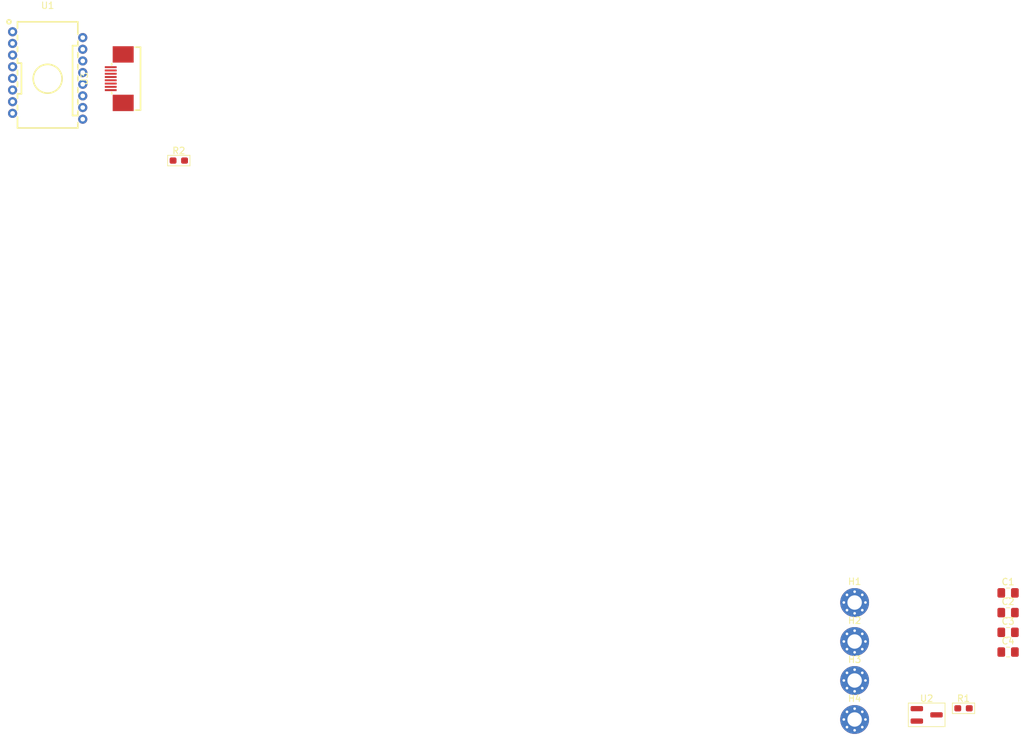
<source format=kicad_pcb>
(kicad_pcb (version 20240108) (generator "pcbnew") (generator_version "8.0")
  (layers (0 "F.Cu" signal) (31 "B.Cu" signal) (34 "B.Paste" user) (35 "F.Paste" user) (36 "B.SilkS" user "B.Silkscreen") (37 "F.SilkS" user "F.Silkscreen") (38 "B.Mask" user) (39 "F.Mask" user) (44 "Edge.Cuts" user))
  (net 0 "")
  (net 1 "GND")
  (net 2 "Net-(U1-VDDPIX)")
  (net 3 "+3V3")
  (net 4 "+1V8")
  (net 41 "/SCLK")
  (net 42 "/MOT")
  (net 43 "/RST")
  (net 44 "/MOSI")
  (net 45 "/SCS")
  (net 46 "/MISO")
  (net 47 "Net-(U1-LED_P)")
  (footprint "MountingHole:MountingHole_2.2mm_M2_Pad_Via" (layer "F.Cu") (at 123.0625 81.44)
    (property "Reference" "H1" (at 0 -3.2 0) (layer "F.SilkS"))
    (property "Value" "M2")
    (pad "1" thru_hole circle (at -1.65 0) (size 0.7 0.7) (drill 0.4) (layers "*.Cu" "*.Mask"))
    (pad "1" thru_hole circle (at -1.166726 -1.166726) (size 0.7 0.7) (drill 0.4) (layers "*.Cu" "*.Mask"))
    (pad "1" thru_hole circle (at -1.166726 1.166726) (size 0.7 0.7) (drill 0.4) (layers "*.Cu" "*.Mask"))
    (pad "1" thru_hole circle (at 0 -1.65) (size 0.7 0.7) (drill 0.4) (layers "*.Cu" "*.Mask"))
    (pad "1" thru_hole circle (at 0 0) (size 4.4 4.4) (drill 2.2) (layers "*.Cu" "*.Mask"))
    (pad "1" thru_hole circle (at 0 1.65) (size 0.7 0.7) (drill 0.4) (layers "*.Cu" "*.Mask"))
    (pad "1" thru_hole circle (at 1.166726 -1.166726) (size 0.7 0.7) (drill 0.4) (layers "*.Cu" "*.Mask"))
    (pad "1" thru_hole circle (at 1.166726 1.166726) (size 0.7 0.7) (drill 0.4) (layers "*.Cu" "*.Mask"))
    (pad "1" thru_hole circle (at 1.65 0) (size 0.7 0.7) (drill 0.4) (layers "*.Cu" "*.Mask"))
  )
  (footprint "Capacitor_SMD:C_0805_2012Metric_Pad1.18x1.45mm_HandSolder" (layer "F.Cu") (at 146.4625 85.99)
    (property "Reference" "C3" (at 0 -1.68 0) (layer "F.SilkS"))
    (property "Value" "1u")
    (fp_line (start -0.261252 -0.735) (end 0.261252 -0.735) (stroke (width 0.12)) (layer "F.SilkS"))
    (fp_line (start -0.261252 0.735) (end 0.261252 0.735) (stroke (width 0.12)) (layer "F.SilkS"))
    (pad "1" smd roundrect (at -1.0375 0) (size 1.175 1.45) (layers "F.Cu" "F.Paste" "F.Mask") (roundrect_rratio 0.212766) (net 3 "+3V3"))
    (pad "2" smd roundrect (at 1.0375 0) (size 1.175 1.45) (layers "F.Cu" "F.Paste" "F.Mask") (roundrect_rratio 0.212766) (net 1 "GND"))
  )
  (footprint "PCM_Resistor_SMD_AKL:R_0603_1608Metric_Pad1.05x0.95mm" (layer "F.Cu") (at 139.6675 97.585)
    (property "Reference" "R1" (at 0 -1.5 0) (layer "F.SilkS"))
    (property "Value" "10k" (hide yes))
    (fp_line (start -1.7 -0.8) (end -1.7 0.8) (stroke (width 0.12)) (layer "F.SilkS"))
    (fp_line (start -1.7 0.8) (end 1.7 0.8) (stroke (width 0.12)) (layer "F.SilkS"))
    (fp_line (start 1.7 -0.8) (end -1.7 -0.8) (stroke (width 0.12)) (layer "F.SilkS"))
    (fp_line (start 1.7 0.8) (end 1.7 -0.8) (stroke (width 0.12)) (layer "F.SilkS"))
    (pad "1" smd roundrect (at -0.875 0) (size 1.05 0.95) (layers "F.Cu" "F.Paste" "F.Mask") (net 46 "/MISO"))
    (pad "2" smd roundrect (at 0.875 0) (size 1.05 0.95) (layers "F.Cu" "F.Paste" "F.Mask") (net 4 "+1V8"))
  )
  (footprint "EasyEDA:FPC-SMD_8P-P0.50_SHOUHAN_CTSJ-H2.0" (layer "F.Cu") (at 10.5675 1.5 90)
    (property "Reference" "U3" (at 0 -4.95 90) (layer "F.SilkS"))
    (property "Value" "0.5-8P CTSJ-H2.0 119")
    (fp_line (start 2.29 -0.81) (end 2.13 -0.81) (stroke (width 0.25)) (layer "F.SilkS"))
    (fp_line (start -2.13 -0.81) (end -2.29 -0.81) (stroke (width 0.25)) (layer "F.SilkS"))
    (fp_line (start 4.8 3.59) (end 4.8 2.78) (stroke (width 0.25)) (layer "F.SilkS"))
    (fp_line (start 4.8 3.59) (end -4.8 3.59) (stroke (width 0.25)) (layer "F.SilkS"))
    (fp_line (start -4.8 3.59) (end -4.8 2.78) (stroke (width 0.25)) (layer "F.SilkS"))
    (pad "1" smd rect (at -1.75 -0.95 90) (size 0.3 1.8) (layers "F.Cu" "F.Paste" "F.Mask") (net 3 "+3V3"))
    (pad "2" smd rect (at -1.25 -0.95 90) (size 0.3 1.8) (layers "F.Cu" "F.Paste" "F.Mask") (net 1 "GND"))
    (pad "3" smd rect (at -0.75 -0.95 90) (size 0.3 1.8) (layers "F.Cu" "F.Paste" "F.Mask") (net 45 "/SCS"))
    (pad "4" smd rect (at -0.25 -0.95 90) (size 0.3 1.8) (layers "F.Cu" "F.Paste" "F.Mask") (net 46 "/MISO"))
    (pad "5" smd rect (at 0.25 -0.95 90) (size 0.3 1.8) (layers "F.Cu" "F.Paste" "F.Mask") (net 44 "/MOSI"))
    (pad "6" smd rect (at 0.75 -0.95 90) (size 0.3 1.8) (layers "F.Cu" "F.Paste" "F.Mask") (net 41 "/SCLK"))
    (pad "7" smd rect (at 1.25 -0.95 90) (size 0.3 1.8) (layers "F.Cu" "F.Paste" "F.Mask") (net 42 "/MOT"))
    (pad "8" smd rect (at 1.75 -0.95 90) (size 0.3 1.8) (layers "F.Cu" "F.Paste" "F.Mask") (net 43 "/RST"))
    (pad "9" smd rect (at 3.7 0.95) (size 3.2 2.5) (layers "F.Cu" "F.Paste" "F.Mask"))
    (pad "10" smd rect (at -3.7 0.95) (size 3.2 2.5) (layers "F.Cu" "F.Paste" "F.Mask"))
  )
  (footprint "PCM_Package_TO_SOT_SMD_AKL:SOT-23_BigPads" (layer "F.Cu") (at 134.0475 98.585)
    (property "Reference" "U2" (at 0 -2.5 0) (layer "F.SilkS"))
    (property "Value" "HE6206-18NR" (hide yes))
    (fp_line (start -2.8 -1.8) (end -2.8 1.8) (stroke (width 0.12)) (layer "F.SilkS"))
    (fp_line (start -2.8 1.8) (end 2.8 1.8) (stroke (width 0.12)) (layer "F.SilkS"))
    (fp_line (start 2.8 -1.8) (end -2.8 -1.8) (stroke (width 0.12)) (layer "F.SilkS"))
    (fp_line (start 2.8 1.8) (end 2.8 -1.8) (stroke (width 0.12)) (layer "F.SilkS"))
    (pad "1" smd roundrect (at -1.5 -0.95) (size 1.9 0.8) (layers "F.Cu" "F.Paste" "F.Mask") (net 1 "GND"))
    (pad "2" smd roundrect (at -1.5 0.95) (size 1.9 0.8) (layers "F.Cu" "F.Paste" "F.Mask") (net 4 "+1V8"))
    (pad "3" smd roundrect (at 1.5 0) (size 1.9 0.8) (layers "F.Cu" "F.Paste" "F.Mask") (net 3 "+3V3"))
  )
  (footprint "Capacitor_SMD:C_0805_2012Metric_Pad1.18x1.45mm_HandSolder" (layer "F.Cu") (at 146.4625 79.97)
    (property "Reference" "C1" (at 0 -1.68 0) (layer "F.SilkS"))
    (property "Value" "100nF")
    (fp_line (start -0.261252 -0.735) (end 0.261252 -0.735) (stroke (width 0.12)) (layer "F.SilkS"))
    (fp_line (start -0.261252 0.735) (end 0.261252 0.735) (stroke (width 0.12)) (layer "F.SilkS"))
    (pad "1" smd roundrect (at -1.0375 0) (size 1.175 1.45) (layers "F.Cu" "F.Paste" "F.Mask") (roundrect_rratio 0.212766) (net 2 "Net-(U1-VDDPIX)"))
    (pad "2" smd roundrect (at 1.0375 0) (size 1.175 1.45) (layers "F.Cu" "F.Paste" "F.Mask") (roundrect_rratio 0.212766) (net 1 "GND"))
  )
  (footprint "Capacitor_SMD:C_0805_2012Metric_Pad1.18x1.45mm_HandSolder" (layer "F.Cu") (at 146.4625 82.98)
    (property "Reference" "C2" (at 0 -1.68 0) (layer "F.SilkS"))
    (property "Value" "4.7uF")
    (fp_line (start -0.261252 -0.735) (end 0.261252 -0.735) (stroke (width 0.12)) (layer "F.SilkS"))
    (fp_line (start -0.261252 0.735) (end 0.261252 0.735) (stroke (width 0.12)) (layer "F.SilkS"))
    (pad "1" smd roundrect (at -1.0375 0) (size 1.175 1.45) (layers "F.Cu" "F.Paste" "F.Mask") (roundrect_rratio 0.212766) (net 2 "Net-(U1-VDDPIX)"))
    (pad "2" smd roundrect (at 1.0375 0) (size 1.175 1.45) (layers "F.Cu" "F.Paste" "F.Mask") (roundrect_rratio 0.212766) (net 1 "GND"))
  )
  (footprint "PCM_Resistor_SMD_AKL:R_0603_1608Metric_Pad1.05x0.95mm" (layer "F.Cu") (at 20 14)
    (property "Reference" "R2" (at 0 -1.5 0) (layer "F.SilkS"))
    (property "Value" "39" (hide yes))
    (fp_line (start -1.7 -0.8) (end -1.7 0.8) (stroke (width 0.12)) (layer "F.SilkS"))
    (fp_line (start -1.7 0.8) (end 1.7 0.8) (stroke (width 0.12)) (layer "F.SilkS"))
    (fp_line (start 1.7 -0.8) (end -1.7 -0.8) (stroke (width 0.12)) (layer "F.SilkS"))
    (fp_line (start 1.7 0.8) (end 1.7 -0.8) (stroke (width 0.12)) (layer "F.SilkS"))
    (pad "1" smd roundrect (at -0.875 0) (size 1.05 0.95) (layers "F.Cu" "F.Paste" "F.Mask") (net 4 "+1V8"))
    (pad "2" smd roundrect (at 0.875 0) (size 1.05 0.95) (layers "F.Cu" "F.Paste" "F.Mask") (net 47 "Net-(U1-LED_P)"))
  )
  (footprint "Capacitor_SMD:C_0805_2012Metric_Pad1.18x1.45mm_HandSolder" (layer "F.Cu") (at 146.4625 89)
    (property "Reference" "C4" (at 0 -1.68 0) (layer "F.SilkS"))
    (property "Value" "1u")
    (fp_line (start -0.261252 -0.735) (end 0.261252 -0.735) (stroke (width 0.12)) (layer "F.SilkS"))
    (fp_line (start -0.261252 0.735) (end 0.261252 0.735) (stroke (width 0.12)) (layer "F.SilkS"))
    (pad "1" smd roundrect (at -1.0375 0) (size 1.175 1.45) (layers "F.Cu" "F.Paste" "F.Mask") (roundrect_rratio 0.212766) (net 4 "+1V8"))
    (pad "2" smd roundrect (at 1.0375 0) (size 1.175 1.45) (layers "F.Cu" "F.Paste" "F.Mask") (roundrect_rratio 0.212766) (net 1 "GND"))
  )
  (footprint "MountingHole:MountingHole_2.2mm_M2_Pad_Via" (layer "F.Cu") (at 123.0625 99.29)
    (property "Reference" "H4" (at 0 -3.2 0) (layer "F.SilkS"))
    (property "Value" "M2")
    (pad "1" thru_hole circle (at -1.65 0) (size 0.7 0.7) (drill 0.4) (layers "*.Cu" "*.Mask"))
    (pad "1" thru_hole circle (at -1.166726 -1.166726) (size 0.7 0.7) (drill 0.4) (layers "*.Cu" "*.Mask"))
    (pad "1" thru_hole circle (at -1.166726 1.166726) (size 0.7 0.7) (drill 0.4) (layers "*.Cu" "*.Mask"))
    (pad "1" thru_hole circle (at 0 -1.65) (size 0.7 0.7) (drill 0.4) (layers "*.Cu" "*.Mask"))
    (pad "1" thru_hole circle (at 0 0) (size 4.4 4.4) (drill 2.2) (layers "*.Cu" "*.Mask"))
    (pad "1" thru_hole circle (at 0 1.65) (size 0.7 0.7) (drill 0.4) (layers "*.Cu" "*.Mask"))
    (pad "1" thru_hole circle (at 1.166726 -1.166726) (size 0.7 0.7) (drill 0.4) (layers "*.Cu" "*.Mask"))
    (pad "1" thru_hole circle (at 1.166726 1.166726) (size 0.7 0.7) (drill 0.4) (layers "*.Cu" "*.Mask"))
    (pad "1" thru_hole circle (at 1.65 0) (size 0.7 0.7) (drill 0.4) (layers "*.Cu" "*.Mask"))
  )
  (footprint "MountingHole:MountingHole_2.2mm_M2_Pad_Via" (layer "F.Cu") (at 123.0625 87.39)
    (property "Reference" "H2" (at 0 -3.2 0) (layer "F.SilkS"))
    (property "Value" "M2")
    (pad "1" thru_hole circle (at -1.65 0) (size 0.7 0.7) (drill 0.4) (layers "*.Cu" "*.Mask"))
    (pad "1" thru_hole circle (at -1.166726 -1.166726) (size 0.7 0.7) (drill 0.4) (layers "*.Cu" "*.Mask"))
    (pad "1" thru_hole circle (at -1.166726 1.166726) (size 0.7 0.7) (drill 0.4) (layers "*.Cu" "*.Mask"))
    (pad "1" thru_hole circle (at 0 -1.65) (size 0.7 0.7) (drill 0.4) (layers "*.Cu" "*.Mask"))
    (pad "1" thru_hole circle (at 0 0) (size 4.4 4.4) (drill 2.2) (layers "*.Cu" "*.Mask"))
    (pad "1" thru_hole circle (at 0 1.65) (size 0.7 0.7) (drill 0.4) (layers "*.Cu" "*.Mask"))
    (pad "1" thru_hole circle (at 1.166726 -1.166726) (size 0.7 0.7) (drill 0.4) (layers "*.Cu" "*.Mask"))
    (pad "1" thru_hole circle (at 1.166726 1.166726) (size 0.7 0.7) (drill 0.4) (layers "*.Cu" "*.Mask"))
    (pad "1" thru_hole circle (at 1.65 0) (size 0.7 0.7) (drill 0.4) (layers "*.Cu" "*.Mask"))
  )
  (footprint "MountingHole:MountingHole_2.2mm_M2_Pad_Via" (layer "F.Cu") (at 123.0625 93.34)
    (property "Reference" "H3" (at 0 -3.2 0) (layer "F.SilkS"))
    (property "Value" "M2")
    (pad "1" thru_hole circle (at -1.65 0) (size 0.7 0.7) (drill 0.4) (layers "*.Cu" "*.Mask"))
    (pad "1" thru_hole circle (at -1.166726 -1.166726) (size 0.7 0.7) (drill 0.4) (layers "*.Cu" "*.Mask"))
    (pad "1" thru_hole circle (at -1.166726 1.166726) (size 0.7 0.7) (drill 0.4) (layers "*.Cu" "*.Mask"))
    (pad "1" thru_hole circle (at 0 -1.65) (size 0.7 0.7) (drill 0.4) (layers "*.Cu" "*.Mask"))
    (pad "1" thru_hole circle (at 0 0) (size 4.4 4.4) (drill 2.2) (layers "*.Cu" "*.Mask"))
    (pad "1" thru_hole circle (at 0 1.65) (size 0.7 0.7) (drill 0.4) (layers "*.Cu" "*.Mask"))
    (pad "1" thru_hole circle (at 1.166726 -1.166726) (size 0.7 0.7) (drill 0.4) (layers "*.Cu" "*.Mask"))
    (pad "1" thru_hole circle (at 1.166726 1.166726) (size 0.7 0.7) (drill 0.4) (layers "*.Cu" "*.Mask"))
    (pad "1" thru_hole circle (at 1.65 0) (size 0.7 0.7) (drill 0.4) (layers "*.Cu" "*.Mask"))
  )
  (footprint "EasyEDA:PDIP-16_L16.2-W9.1-P1.78-TL_PMW3389DM-T3QU" (layer "F.Cu") (at 0 1.015)
    (property "Reference" "U1" (at 0 -10.67 0) (layer "F.SilkS"))
    (property "Value" "PMW3360DM-T2QU")
    (fp_line (start -4.6 -8.19) (end -4.6 -7.22) (stroke (width 0.25)) (layer "F.SilkS"))
    (fp_line (start -4.6 -6.12) (end -4.6 -5.44) (stroke (width 0.25)) (layer "F.SilkS"))
    (fp_line (start -4.6 -4.34) (end -4.6 -3.66) (stroke (width 0.25)) (layer "F.SilkS"))
    (fp_line (start -4.6 -2.56) (end -4.6 -1.88) (stroke (width 0.25)) (layer "F.SilkS"))
    (fp_line (start -4.6 -1.88) (end -4 -1.88) (stroke (width 0.25)) (layer "F.SilkS"))
    (fp_line (start -4.6 -0.78) (end -4.6 -0.1) (stroke (width 0.25)) (layer "F.SilkS"))
    (fp_line (start -4.6 1) (end -4.6 1.68) (stroke (width 0.25)) (layer "F.SilkS"))
    (fp_line (start -4.6 2.78) (end -4.6 3.46) (stroke (width 0.25)) (layer "F.SilkS"))
    (fp_line (start -4.6 4.56) (end -4.6 5.24) (stroke (width 0.25)) (layer "F.SilkS"))
    (fp_line (start -4.6 6.34) (end -4.6 8.01) (stroke (width 0.25)) (layer "F.SilkS"))
    (fp_line (start -4.6 8.01) (end 4.6 8.01) (stroke (width 0.25)) (layer "F.SilkS"))
    (fp_line (start -4 -1.88) (end -4 2.8) (stroke (width 0.25)) (layer "F.SilkS"))
    (fp_line (start -4 2.8) (end -4.58 2.8) (stroke (width 0.25)) (layer "F.SilkS"))
    (fp_line (start 3.8 -4.55) (end 3.8 6.11) (stroke (width 0.25)) (layer "F.SilkS"))
    (fp_line (start 3.8 6.11) (end 4.6 6.11) (stroke (width 0.25)) (layer "F.SilkS"))
    (fp_line (start 4.6 -8.19) (end -4.6 -8.19) (stroke (width 0.25)) (layer "F.SilkS"))
    (fp_line (start 4.6 -6.33) (end 4.6 -8.19) (stroke (width 0.25)) (layer "F.SilkS"))
    (fp_line (start 4.6 -4.55) (end 3.8 -4.55) (stroke (width 0.25)) (layer "F.SilkS"))
    (fp_line (start 4.6 -4.55) (end 4.6 -5.23) (stroke (width 0.25)) (layer "F.SilkS"))
    (fp_line (start 4.6 -2.77) (end 4.6 -3.45) (stroke (width 0.25)) (layer "F.SilkS"))
    (fp_line (start 4.6 -0.99) (end 4.6 -1.67) (stroke (width 0.25)) (layer "F.SilkS"))
    (fp_line (start 4.6 0.79) (end 4.6 0.11) (stroke (width 0.25)) (layer "F.SilkS"))
    (fp_line (start 4.6 2.57) (end 4.6 1.89) (stroke (width 0.25)) (layer "F.SilkS"))
    (fp_line (start 4.6 4.35) (end 4.6 3.67) (stroke (width 0.25)) (layer "F.SilkS"))
    (fp_line (start 4.6 6.13) (end 4.6 5.45) (stroke (width 0.25)) (layer "F.SilkS"))
    (fp_line (start 4.6 8.01) (end 4.6 7.23) (stroke (width 0.25)) (layer "F.SilkS"))
    (fp_circle (center -5.9 -8.2) (end -5.6 -8.2) (stroke (width 0.25)) (fill none) (layer "F.SilkS"))
    (fp_circle (center 0 0.5) (end 2.2 0.5) (stroke (width 0.25)) (fill none) (layer "F.SilkS"))
    (pad "1" thru_hole circle (at -5.35 -6.67) (size 1.4 1.4) (drill 0.700024) (layers "*.Cu" "*.Mask"))
    (pad "2" thru_hole circle (at -5.35 -4.89) (size 1.4 1.4) (drill 0.700024) (layers "*.Cu" "*.Mask"))
    (pad "3" thru_hole circle (at -5.35 -3.11) (size 1.4 1.4) (drill 0.700024) (layers "*.Cu" "*.Mask") (net 2 "Net-(U1-VDDPIX)"))
    (pad "4" thru_hole circle (at -5.35 -1.33) (size 1.4 1.4) (drill 0.700024) (layers "*.Cu" "*.Mask") (net 4 "+1V8"))
    (pad "5" thru_hole circle (at -5.35 0.44) (size 1.4 1.4) (drill 0.700024) (layers "*.Cu" "*.Mask") (net 3 "+3V3"))
    (pad "6" thru_hole circle (at -5.35 2.22) (size 1.4 1.4) (drill 0.700024) (layers "*.Cu" "*.Mask"))
    (pad "7" thru_hole circle (at -5.35 4) (size 1.4 1.4) (drill 0.700024) (layers "*.Cu" "*.Mask") (net 43 "/RST"))
    (pad "8" thru_hole circle (at -5.35 5.78) (size 1.4 1.4) (drill 0.700024) (layers "*.Cu" "*.Mask") (net 1 "GND"))
    (pad "9" thru_hole circle (at 5.35 6.67) (size 1.4 1.4) (drill 0.700024) (layers "*.Cu" "*.Mask") (net 42 "/MOT"))
    (pad "10" thru_hole circle (at 5.35 4.89) (size 1.4 1.4) (drill 0.700024) (layers "*.Cu" "*.Mask") (net 41 "/SCLK"))
    (pad "11" thru_hole circle (at 5.35 3.11) (size 1.4 1.4) (drill 0.700024) (layers "*.Cu" "*.Mask") (net 44 "/MOSI"))
    (pad "12" thru_hole circle (at 5.35 1.34) (size 1.4 1.4) (drill 0.700024) (layers "*.Cu" "*.Mask") (net 46 "/MISO"))
    (pad "13" thru_hole circle (at 5.35 -0.44) (size 1.4 1.4) (drill 0.700024) (layers "*.Cu" "*.Mask") (net 45 "/SCS"))
    (pad "14" thru_hole circle (at 5.35 -2.22) (size 1.4 1.4) (drill 0.700024) (layers "*.Cu" "*.Mask"))
    (pad "15" thru_hole circle (at 5.35 -4) (size 1.4 1.4) (drill 0.700024) (layers "*.Cu" "*.Mask") (net 47 "Net-(U1-LED_P)"))
    (pad "16" thru_hole circle (at 5.35 -5.78) (size 1.4 1.4) (drill 0.700024) (layers "*.Cu" "*.Mask"))
  )
)
</source>
